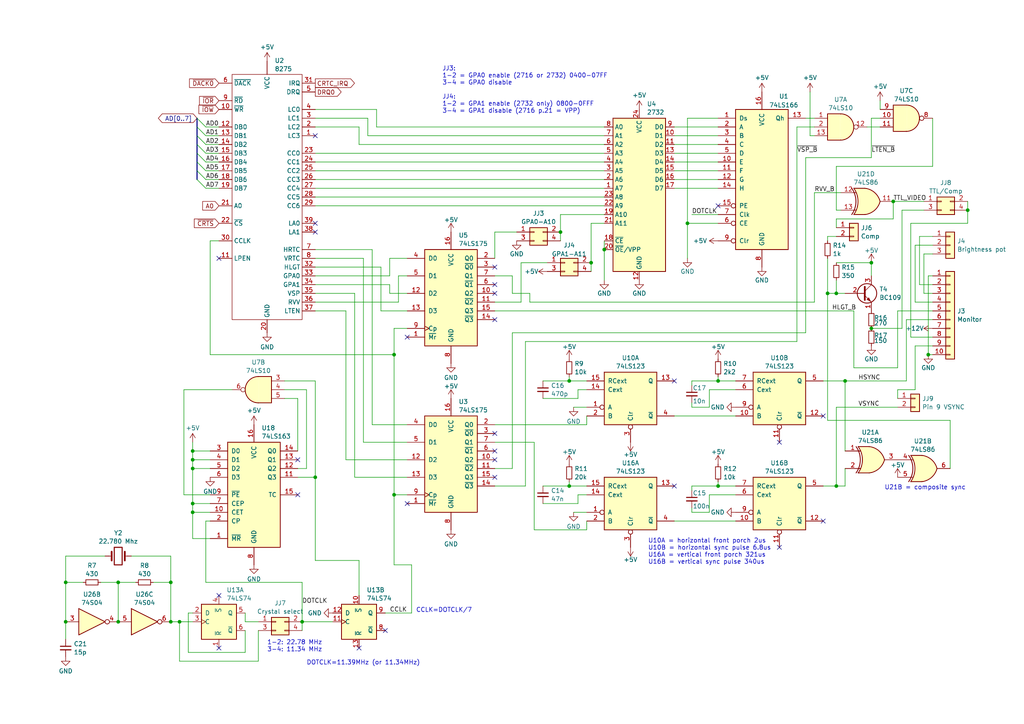
<source format=kicad_sch>
(kicad_sch (version 20230121) (generator eeschema)
  (paper "A4")
  (title_block (title "Iskra Delta Partner Video (text) 30 797 044") (date "2023-08-17") (rev "1") (company "Jernej Jakob <jernej.jakob@gmail.com>") (comment 1 "reverse engineered by hand"))
  (junction (at 171.45 76.2))
  (junction (at 114.3 102.87))
  (junction (at 175.26 72.39))
  (junction (at 240.03 85.09))
  (junction (at 280.67 60.96))
  (junction (at 49.53 168.91))
  (junction (at 91.44 138.43))
  (junction (at 165.1 110.49))
  (junction (at 55.88 133.35))
  (junction (at 208.28 140.97))
  (junction (at 242.57 140.97))
  (junction (at 55.88 130.81))
  (junction (at 19.05 180.34))
  (junction (at 162.56 67.31))
  (junction (at 252.73 76.2))
  (junction (at 199.39 64.77))
  (junction (at 49.53 180.34))
  (junction (at 34.29 168.91))
  (junction (at 34.29 180.34))
  (junction (at 52.07 180.34))
  (junction (at 114.3 143.51))
  (junction (at 245.11 110.49))
  (junction (at 252.73 95.25))
  (junction (at 208.28 110.49))
  (junction (at 55.88 146.05))
  (junction (at 55.88 148.59))
  (junction (at 19.05 168.91))
  (junction (at 259.08 58.42))
  (junction (at 55.88 135.89))
  (junction (at 242.57 85.09))
  (junction (at 269.24 102.87))
  (junction (at 165.1 140.97))
  (junction (at 87.63 180.34))
  (no_connect (at 143.51 125.73))
  (no_connect (at 143.51 133.35))
  (no_connect (at 238.76 120.65))
  (no_connect (at 91.44 67.31))
  (no_connect (at 91.44 39.37))
  (no_connect (at 143.51 130.81))
  (no_connect (at 63.5 187.96))
  (no_connect (at 143.51 77.47))
  (no_connect (at 118.11 146.05))
  (no_connect (at 104.14 187.96))
  (no_connect (at 195.58 140.97))
  (no_connect (at 143.51 82.55))
  (no_connect (at 226.06 158.75))
  (no_connect (at 91.44 64.77))
  (no_connect (at 143.51 138.43))
  (no_connect (at 143.51 85.09))
  (no_connect (at 111.76 182.88))
  (no_connect (at 208.28 59.69))
  (no_connect (at 63.5 172.72))
  (no_connect (at 143.51 92.71))
  (no_connect (at 238.76 151.13))
  (no_connect (at 86.36 143.51))
  (no_connect (at 226.06 128.27))
  (no_connect (at 118.11 97.79))
  (no_connect (at 86.36 133.35))
  (no_connect (at 195.58 110.49))
  (no_connect (at 63.5 74.93))
  (bus_entry (at 57.15 36.83) (size 2.54 2.54))
  (bus_entry (at 57.15 34.29) (size 2.54 2.54))
  (bus_entry (at 57.15 41.91) (size 2.54 2.54))
  (bus_entry (at 57.15 46.99) (size 2.54 2.54))
  (bus_entry (at 57.15 49.53) (size 2.54 2.54))
  (bus_entry (at 57.15 39.37) (size 2.54 2.54))
  (bus_entry (at 57.15 52.07) (size 2.54 2.54))
  (bus_entry (at 57.15 44.45) (size 2.54 2.54))
  (bus (pts (xy 57.15 34.29) (xy 57.15 36.83)))
  (wire (pts (xy 114.3 163.83) (xy 114.3 143.51)))
  (wire (pts (xy 88.9 113.03) (xy 88.9 135.89)))
  (wire (pts (xy 60.96 148.59) (xy 55.88 148.59)))
  (wire (pts (xy 265.43 113.03) (xy 260.35 113.03)))
  (wire (pts (xy 52.07 180.34) (xy 55.88 180.34)))
  (wire (pts (xy 91.44 80.01) (xy 113.03 80.01)))
  (wire (pts (xy 59.69 54.61) (xy 63.5 54.61)))
  (wire (pts (xy 104.14 36.83) (xy 104.14 41.91)))
  (wire (pts (xy 255.27 29.21) (xy 255.27 31.75)))
  (wire (pts (xy 165.1 140.97) (xy 170.18 140.97)))
  (wire (pts (xy 52.07 191.77) (xy 74.93 191.77)))
  (wire (pts (xy 105.41 74.93) (xy 105.41 128.27)))
  (wire (pts (xy 200.66 148.59) (xy 205.74 148.59)))
  (wire (pts (xy 167.64 113.03) (xy 167.64 115.57)))
  (wire (pts (xy 109.22 36.83) (xy 175.26 36.83)))
  (wire (pts (xy 106.68 34.29) (xy 91.44 34.29)))
  (wire (pts (xy 165.1 109.22) (xy 165.1 110.49)))
  (wire (pts (xy 55.88 146.05) (xy 60.96 146.05)))
  (wire (pts (xy 104.14 162.56) (xy 104.14 172.72)))
  (wire (pts (xy 252.73 95.25) (xy 261.62 95.25)))
  (wire (pts (xy 91.44 138.43) (xy 86.36 138.43)))
  (wire (pts (xy 167.64 115.57) (xy 157.48 115.57)))
  (wire (pts (xy 143.51 123.19) (xy 170.18 123.19)))
  (wire (pts (xy 200.66 140.97) (xy 208.28 140.97)))
  (wire (pts (xy 91.44 44.45) (xy 175.26 44.45)))
  (wire (pts (xy 208.28 109.22) (xy 208.28 110.49)))
  (wire (pts (xy 270.51 100.33) (xy 265.43 100.33)))
  (wire (pts (xy 236.22 34.29) (xy 233.68 34.29)))
  (wire (pts (xy 59.69 39.37) (xy 63.5 39.37)))
  (wire (pts (xy 102.87 85.09) (xy 102.87 138.43)))
  (wire (pts (xy 205.74 113.03) (xy 213.36 113.03)))
  (wire (pts (xy 260.35 113.03) (xy 260.35 115.57)))
  (wire (pts (xy 265.43 87.63) (xy 270.51 87.63)))
  (wire (pts (xy 143.51 87.63) (xy 151.13 87.63)))
  (wire (pts (xy 114.3 102.87) (xy 114.3 143.51)))
  (wire (pts (xy 55.88 130.81) (xy 60.96 130.81)))
  (wire (pts (xy 200.66 118.11) (xy 205.74 118.11)))
  (wire (pts (xy 252.73 45.72) (xy 233.68 45.72)))
  (bus (pts (xy 57.15 49.53) (xy 57.15 52.07)))
  (wire (pts (xy 148.59 96.52) (xy 233.68 96.52)))
  (wire (pts (xy 262.89 110.49) (xy 245.11 110.49)))
  (wire (pts (xy 269.24 80.01) (xy 269.24 102.87)))
  (wire (pts (xy 82.55 115.57) (xy 86.36 115.57)))
  (wire (pts (xy 205.74 143.51) (xy 213.36 143.51)))
  (wire (pts (xy 166.37 118.11) (xy 170.18 118.11)))
  (wire (pts (xy 170.18 153.67) (xy 170.18 151.13)))
  (wire (pts (xy 170.18 143.51) (xy 167.64 143.51)))
  (wire (pts (xy 29.21 168.91) (xy 34.29 168.91)))
  (wire (pts (xy 195.58 41.91) (xy 208.28 41.91)))
  (wire (pts (xy 247.65 106.68) (xy 260.35 106.68)))
  (wire (pts (xy 236.22 87.63) (xy 236.22 55.88)))
  (wire (pts (xy 267.97 73.66) (xy 267.97 85.09)))
  (wire (pts (xy 55.88 133.35) (xy 55.88 130.81)))
  (wire (pts (xy 104.14 41.91) (xy 175.26 41.91)))
  (wire (pts (xy 252.73 34.29) (xy 255.27 34.29)))
  (wire (pts (xy 195.58 36.83) (xy 208.28 36.83)))
  (wire (pts (xy 170.18 113.03) (xy 167.64 113.03)))
  (wire (pts (xy 100.33 133.35) (xy 118.11 133.35)))
  (wire (pts (xy 266.7 82.55) (xy 270.51 82.55)))
  (wire (pts (xy 34.29 168.91) (xy 39.37 168.91)))
  (wire (pts (xy 171.45 76.2) (xy 171.45 64.77)))
  (wire (pts (xy 153.67 87.63) (xy 236.22 87.63)))
  (wire (pts (xy 234.95 26.67) (xy 234.95 39.37)))
  (wire (pts (xy 267.97 73.66) (xy 270.51 73.66)))
  (wire (pts (xy 114.3 95.25) (xy 114.3 102.87)))
  (wire (pts (xy 19.05 161.29) (xy 19.05 168.91)))
  (wire (pts (xy 199.39 34.29) (xy 199.39 64.77)))
  (wire (pts (xy 251.46 36.83) (xy 255.27 36.83)))
  (wire (pts (xy 55.88 146.05) (xy 55.88 135.89)))
  (wire (pts (xy 264.16 64.77) (xy 264.16 97.79)))
  (wire (pts (xy 270.51 92.71) (xy 262.89 92.71)))
  (wire (pts (xy 55.88 177.8) (xy 54.61 177.8)))
  (wire (pts (xy 240.03 85.09) (xy 242.57 85.09)))
  (wire (pts (xy 109.22 31.75) (xy 109.22 36.83)))
  (wire (pts (xy 242.57 76.2) (xy 252.73 76.2)))
  (wire (pts (xy 107.95 72.39) (xy 107.95 123.19)))
  (wire (pts (xy 87.63 180.34) (xy 96.52 180.34)))
  (wire (pts (xy 100.33 90.17) (xy 100.33 133.35)))
  (wire (pts (xy 60.96 69.85) (xy 60.96 102.87)))
  (wire (pts (xy 270.51 34.29) (xy 270.51 48.26)))
  (wire (pts (xy 234.95 39.37) (xy 236.22 39.37)))
  (wire (pts (xy 55.88 135.89) (xy 55.88 133.35)))
  (wire (pts (xy 245.11 140.97) (xy 245.11 135.89)))
  (wire (pts (xy 91.44 36.83) (xy 104.14 36.83)))
  (wire (pts (xy 114.3 143.51) (xy 118.11 143.51)))
  (wire (pts (xy 151.13 87.63) (xy 151.13 76.2)))
  (wire (pts (xy 170.18 123.19) (xy 170.18 120.65)))
  (wire (pts (xy 91.44 77.47) (xy 110.49 77.47)))
  (wire (pts (xy 91.44 49.53) (xy 175.26 49.53)))
  (wire (pts (xy 247.65 90.17) (xy 247.65 106.68)))
  (wire (pts (xy 233.68 45.72) (xy 233.68 96.52)))
  (wire (pts (xy 63.5 69.85) (xy 60.96 69.85)))
  (wire (pts (xy 175.26 72.39) (xy 175.26 81.28)))
  (wire (pts (xy 261.62 60.96) (xy 267.97 60.96)))
  (wire (pts (xy 59.69 52.07) (xy 63.5 52.07)))
  (wire (pts (xy 106.68 39.37) (xy 106.68 34.29)))
  (wire (pts (xy 91.44 31.75) (xy 109.22 31.75)))
  (wire (pts (xy 240.03 74.93) (xy 240.03 85.09)))
  (wire (pts (xy 110.49 77.47) (xy 110.49 90.17)))
  (wire (pts (xy 261.62 95.25) (xy 261.62 60.96)))
  (wire (pts (xy 67.31 113.03) (xy 53.34 113.03)))
  (wire (pts (xy 38.1 161.29) (xy 49.53 161.29)))
  (wire (pts (xy 91.44 87.63) (xy 115.57 87.63)))
  (wire (pts (xy 19.05 185.42) (xy 19.05 180.34)))
  (wire (pts (xy 208.28 34.29) (xy 199.39 34.29)))
  (wire (pts (xy 71.12 177.8) (xy 71.12 180.34)))
  (wire (pts (xy 165.1 139.7) (xy 165.1 140.97)))
  (wire (pts (xy 115.57 87.63) (xy 115.57 80.01)))
  (wire (pts (xy 91.44 59.69) (xy 175.26 59.69)))
  (wire (pts (xy 208.28 139.7) (xy 208.28 140.97)))
  (wire (pts (xy 275.59 121.92) (xy 275.59 135.89)))
  (wire (pts (xy 199.39 64.77) (xy 199.39 74.93)))
  (wire (pts (xy 270.51 71.12) (xy 265.43 71.12)))
  (wire (pts (xy 110.49 90.17) (xy 118.11 90.17)))
  (wire (pts (xy 59.69 44.45) (xy 63.5 44.45)))
  (wire (pts (xy 231.14 99.06) (xy 231.14 36.83)))
  (wire (pts (xy 245.11 110.49) (xy 245.11 130.81)))
  (wire (pts (xy 59.69 151.13) (xy 59.69 168.91)))
  (wire (pts (xy 152.4 140.97) (xy 152.4 99.06)))
  (wire (pts (xy 59.69 168.91) (xy 87.63 168.91)))
  (wire (pts (xy 195.58 46.99) (xy 208.28 46.99)))
  (wire (pts (xy 34.29 168.91) (xy 34.29 180.34)))
  (wire (pts (xy 264.16 97.79) (xy 270.51 97.79)))
  (wire (pts (xy 200.66 110.49) (xy 208.28 110.49)))
  (wire (pts (xy 49.53 180.34) (xy 52.07 180.34)))
  (wire (pts (xy 260.35 90.17) (xy 270.51 90.17)))
  (wire (pts (xy 113.03 74.93) (xy 118.11 74.93)))
  (wire (pts (xy 242.57 63.5) (xy 259.08 63.5)))
  (wire (pts (xy 119.38 177.8) (xy 119.38 163.83)))
  (wire (pts (xy 260.35 118.11) (xy 242.57 118.11)))
  (wire (pts (xy 200.66 111.76) (xy 200.66 110.49)))
  (wire (pts (xy 242.57 60.96) (xy 243.84 60.96)))
  (wire (pts (xy 143.51 74.93) (xy 143.51 67.31)))
  (wire (pts (xy 264.16 64.77) (xy 280.67 64.77)))
  (wire (pts (xy 167.64 146.05) (xy 157.48 146.05)))
  (wire (pts (xy 60.96 102.87) (xy 114.3 102.87)))
  (wire (pts (xy 175.26 69.85) (xy 175.26 72.39)))
  (wire (pts (xy 55.88 148.59) (xy 55.88 146.05)))
  (wire (pts (xy 205.74 148.59) (xy 205.74 143.51)))
  (wire (pts (xy 19.05 180.34) (xy 19.05 168.91)))
  (wire (pts (xy 280.67 60.96) (xy 280.67 58.42)))
  (wire (pts (xy 82.55 110.49) (xy 91.44 110.49)))
  (wire (pts (xy 19.05 168.91) (xy 24.13 168.91)))
  (wire (pts (xy 49.53 168.91) (xy 49.53 180.34)))
  (bus (pts (xy 57.15 36.83) (xy 57.15 39.37)))
  (wire (pts (xy 91.44 162.56) (xy 104.14 162.56)))
  (wire (pts (xy 143.51 80.01) (xy 148.59 80.01)))
  (wire (pts (xy 59.69 36.83) (xy 63.5 36.83)))
  (wire (pts (xy 238.76 140.97) (xy 242.57 140.97)))
  (wire (pts (xy 118.11 95.25) (xy 114.3 95.25)))
  (wire (pts (xy 200.66 62.23) (xy 208.28 62.23)))
  (wire (pts (xy 74.93 191.77) (xy 74.93 182.88)))
  (wire (pts (xy 242.57 118.11) (xy 242.57 140.97)))
  (wire (pts (xy 59.69 46.99) (xy 63.5 46.99)))
  (wire (pts (xy 166.37 148.59) (xy 170.18 148.59)))
  (wire (pts (xy 115.57 80.01) (xy 118.11 80.01)))
  (wire (pts (xy 87.63 182.88) (xy 87.63 180.34)))
  (wire (pts (xy 91.44 57.15) (xy 175.26 57.15)))
  (wire (pts (xy 231.14 36.83) (xy 236.22 36.83)))
  (wire (pts (xy 171.45 76.2) (xy 171.45 78.74)))
  (wire (pts (xy 143.51 135.89) (xy 148.59 135.89)))
  (wire (pts (xy 148.59 80.01) (xy 148.59 85.09)))
  (wire (pts (xy 82.55 113.03) (xy 88.9 113.03)))
  (wire (pts (xy 262.89 92.71) (xy 262.89 110.49)))
  (wire (pts (xy 143.51 128.27) (xy 154.94 128.27)))
  (wire (pts (xy 151.13 76.2) (xy 158.75 76.2)))
  (wire (pts (xy 91.44 82.55) (xy 113.03 82.55)))
  (wire (pts (xy 91.44 90.17) (xy 100.33 90.17)))
  (wire (pts (xy 175.26 39.37) (xy 106.68 39.37)))
  (wire (pts (xy 259.08 58.42) (xy 259.08 63.5)))
  (wire (pts (xy 55.88 156.21) (xy 55.88 148.59)))
  (wire (pts (xy 91.44 74.93) (xy 105.41 74.93)))
  (bus (pts (xy 57.15 46.99) (xy 57.15 49.53)))
  (wire (pts (xy 148.59 135.89) (xy 148.59 96.52)))
  (wire (pts (xy 252.73 34.29) (xy 252.73 45.72)))
  (wire (pts (xy 270.51 80.01) (xy 269.24 80.01)))
  (wire (pts (xy 105.41 128.27) (xy 118.11 128.27)))
  (wire (pts (xy 91.44 72.39) (xy 107.95 72.39)))
  (wire (pts (xy 195.58 120.65) (xy 213.36 120.65)))
  (wire (pts (xy 260.35 106.68) (xy 260.35 90.17)))
  (wire (pts (xy 195.58 52.07) (xy 208.28 52.07)))
  (wire (pts (xy 54.61 189.23) (xy 71.12 189.23)))
  (wire (pts (xy 107.95 123.19) (xy 118.11 123.19)))
  (wire (pts (xy 242.57 140.97) (xy 245.11 140.97)))
  (wire (pts (xy 91.44 54.61) (xy 175.26 54.61)))
  (wire (pts (xy 55.88 128.27) (xy 55.88 130.81)))
  (wire (pts (xy 91.44 46.99) (xy 175.26 46.99)))
  (bus (pts (xy 57.15 39.37) (xy 57.15 41.91)))
  (wire (pts (xy 200.66 142.24) (xy 200.66 140.97)))
  (wire (pts (xy 267.97 85.09) (xy 270.51 85.09)))
  (wire (pts (xy 199.39 64.77) (xy 208.28 64.77)))
  (wire (pts (xy 71.12 189.23) (xy 71.12 182.88)))
  (wire (pts (xy 102.87 138.43) (xy 118.11 138.43)))
  (wire (pts (xy 242.57 48.26) (xy 242.57 60.96)))
  (wire (pts (xy 269.24 102.87) (xy 270.51 102.87)))
  (wire (pts (xy 195.58 151.13) (xy 213.36 151.13)))
  (wire (pts (xy 240.03 69.85) (xy 240.03 68.58)))
  (wire (pts (xy 44.45 168.91) (xy 49.53 168.91)))
  (wire (pts (xy 91.44 85.09) (xy 102.87 85.09)))
  (bus (pts (xy 57.15 44.45) (xy 57.15 46.99)))
  (wire (pts (xy 162.56 67.31) (xy 162.56 69.85)))
  (wire (pts (xy 245.11 85.09) (xy 242.57 85.09)))
  (wire (pts (xy 240.03 68.58) (xy 242.57 68.58)))
  (wire (pts (xy 60.96 151.13) (xy 59.69 151.13)))
  (wire (pts (xy 167.64 143.51) (xy 167.64 146.05)))
  (wire (pts (xy 86.36 115.57) (xy 86.36 130.81)))
  (wire (pts (xy 157.48 110.49) (xy 165.1 110.49)))
  (wire (pts (xy 113.03 82.55) (xy 113.03 85.09)))
  (wire (pts (xy 195.58 39.37) (xy 208.28 39.37)))
  (wire (pts (xy 238.76 110.49) (xy 245.11 110.49)))
  (wire (pts (xy 143.51 67.31) (xy 149.86 67.31)))
  (wire (pts (xy 91.44 138.43) (xy 91.44 162.56)))
  (wire (pts (xy 265.43 71.12) (xy 265.43 87.63)))
  (wire (pts (xy 52.07 180.34) (xy 52.07 191.77)))
  (wire (pts (xy 200.66 148.59) (xy 200.66 147.32)))
  (wire (pts (xy 205.74 118.11) (xy 205.74 113.03)))
  (wire (pts (xy 113.03 85.09) (xy 118.11 85.09)))
  (wire (pts (xy 91.44 110.49) (xy 91.44 138.43)))
  (wire (pts (xy 240.03 121.92) (xy 275.59 121.92)))
  (wire (pts (xy 119.38 163.83) (xy 114.3 163.83)))
  (wire (pts (xy 208.28 110.49) (xy 213.36 110.49)))
  (wire (pts (xy 59.69 41.91) (xy 63.5 41.91)))
  (wire (pts (xy 88.9 135.89) (xy 86.36 135.89)))
  (wire (pts (xy 111.76 177.8) (xy 119.38 177.8)))
  (wire (pts (xy 154.94 153.67) (xy 170.18 153.67)))
  (wire (pts (xy 200.66 118.11) (xy 200.66 116.84)))
  (wire (pts (xy 280.67 64.77) (xy 280.67 60.96)))
  (wire (pts (xy 113.03 80.01) (xy 113.03 74.93)))
  (wire (pts (xy 195.58 44.45) (xy 208.28 44.45)))
  (wire (pts (xy 266.7 68.58) (xy 266.7 82.55)))
  (wire (pts (xy 143.51 90.17) (xy 247.65 90.17)))
  (wire (pts (xy 53.34 113.03) (xy 53.34 143.51)))
  (bus (pts (xy 57.15 41.91) (xy 57.15 44.45)))
  (wire (pts (xy 242.57 85.09) (xy 242.57 81.28)))
  (wire (pts (xy 195.58 54.61) (xy 208.28 54.61)))
  (wire (pts (xy 59.69 49.53) (xy 63.5 49.53)))
  (wire (pts (xy 154.94 128.27) (xy 154.94 153.67)))
  (wire (pts (xy 171.45 64.77) (xy 175.26 64.77)))
  (wire (pts (xy 162.56 62.23) (xy 162.56 67.31)))
  (wire (pts (xy 165.1 110.49) (xy 170.18 110.49)))
  (wire (pts (xy 53.34 143.51) (xy 60.96 143.51)))
  (wire (pts (xy 152.4 99.06) (xy 231.14 99.06)))
  (wire (pts (xy 143.51 140.97) (xy 152.4 140.97)))
  (wire (pts (xy 87.63 168.91) (xy 87.63 180.34)))
  (wire (pts (xy 49.53 161.29) (xy 49.53 168.91)))
  (wire (pts (xy 240.03 85.09) (xy 240.03 121.92)))
  (wire (pts (xy 71.12 180.34) (xy 74.93 180.34)))
  (wire (pts (xy 148.59 85.09) (xy 153.67 85.09)))
  (wire (pts (xy 175.26 62.23) (xy 162.56 62.23)))
  (wire (pts (xy 91.44 52.07) (xy 175.26 52.07)))
  (wire (pts (xy 270.51 68.58) (xy 266.7 68.58)))
  (wire (pts (xy 259.08 58.42) (xy 267.97 58.42)))
  (wire (pts (xy 252.73 76.2) (xy 252.73 80.01)))
  (wire (pts (xy 208.28 140.97) (xy 213.36 140.97)))
  (wire (pts (xy 270.51 48.26) (xy 242.57 48.26)))
  (wire (pts (xy 60.96 135.89) (xy 55.88 135.89)))
  (wire (pts (xy 153.67 85.09) (xy 153.67 87.63)))
  (wire (pts (xy 195.58 49.53) (xy 208.28 49.53)))
  (wire (pts (xy 236.22 55.88) (xy 243.84 55.88)))
  (wire (pts (xy 54.61 177.8) (xy 54.61 189.23)))
  (wire (pts (xy 55.88 133.35) (xy 60.96 133.35)))
  (wire (pts (xy 60.96 156.21) (xy 55.88 156.21)))
  (wire (pts (xy 265.43 100.33) (xy 265.43 113.03)))
  (wire (pts (xy 242.57 63.5) (xy 242.57 66.04)))
  (wire (pts (xy 157.48 140.97) (xy 165.1 140.97)))
  (wire (pts (xy 30.48 161.29) (xy 19.05 161.29)))
  (text "DOTCLK=11.39MHz (or 11.34MHz)" (at 88.9 193.04 0) (effects (font (size 1.27 1.27)) (justify left bottom)))
  (text "1-2: 22.78 MHz\n3-4: 11.34 MHz" (at 77.47 189.23 0) (effects (font (size 1.27 1.27)) (justify left bottom)))
  (text "U21B = composite sync" (at 256.54 142.24 0) (effects (font (size 1.27 1.27)) (justify left bottom)))
  (text "U10A = horizontal front porch 2us\nU10B = horizontal sync pulse 6.8us\nU16A = vertical front porch 321us\nU16B = vertical sync pulse 340us" (at 187.96 163.83 0) (effects (font (size 1.27 1.27)) (justify left bottom)))
  (text "CCLK=DOTCLK/7" (at 120.65 177.8 0) (effects (font (size 1.27 1.27)) (justify left bottom)))
  (text "JJ3:\n1-2 = GPA0 enable (2716 or 2732) 0400-07FF\n3-4 = GPA0 disable\n\nJJ4:\n1-2 = GPA1 enable (2732 only) 0800-0FFF\n3-4 = GPA1 disable (2716 p.21 = VPP)" (at 128.27 33.02 0) (effects (font (size 1.27 1.27)) (justify left bottom)))
  (label "HSYNC" (at 248.92 110.49 0))
  (label "DOTCLK" (at 87.63 175.26 0))
  (label "CCLK" (at 113.03 177.8 0))
  (label "~{LTEN_B}" (at 252.73 44.45 0))
  (label "VSYNC" (at 248.92 118.11 0))
  (label "AD4" (at 59.69 46.99 0))
  (label "AD7" (at 59.69 54.61 0))
  (label "AD2" (at 59.69 41.91 0))
  (label "AD6" (at 59.69 52.07 0))
  (label "~{VSP_B}" (at 231.14 44.45 0))
  (label "AD5" (at 59.69 49.53 0))
  (label "AD3" (at 59.69 44.45 0))
  (label "DOTCLK" (at 200.66 62.23 0))
  (label "HLGT_B" (at 241.3 90.17 0))
  (label "RVV_B" (at 236.22 55.88 0))
  (label "TTL_VIDEO" (at 259.08 58.42 0))
  (label "AD1" (at 59.69 39.37 0))
  (label "AD0" (at 59.69 36.83 0))
  (global_label "A0" (shape input) (at 63.5 59.69 180) (property "Intersheetrefs" "${INTERSHEET_REFS}" (effects hide)))
  (global_label "~{IOW}" (shape input) (at 63.5 31.75 180) (property "Intersheetrefs" "${INTERSHEET_REFS}" (effects hide)))
  (global_label "CRTC_IRQ" (shape output) (at 91.44 24.13 0) (property "Intersheetrefs" "${INTERSHEET_REFS}" (effects hide)))
  (global_label "AD[0..7]" (shape tri_state) (at 57.15 34.29 180) (property "Intersheetrefs" "${INTERSHEET_REFS}" (effects hide)))
  (global_label "~{CRTS}" (shape input) (at 63.5 64.77 180) (property "Intersheetrefs" "${INTERSHEET_REFS}" (effects hide)))
  (global_label "DRQ0" (shape output) (at 91.44 26.67 0) (property "Intersheetrefs" "${INTERSHEET_REFS}" (effects hide)))
  (global_label "~{IOR}" (shape input) (at 63.5 29.21 180) (property "Intersheetrefs" "${INTERSHEET_REFS}" (effects hide)))
  (global_label "~{DACK0}" (shape input) (at 63.5 24.13 180) (property "Intersheetrefs" "${INTERSHEET_REFS}" (effects hide)))
  (symbol (lib_id "Connector_Generic:Conn_02x02_Odd_Even") (at 273.05 58.42 0) (unit 1)
    (property "Reference" "JJ8" (at 274.32 53.0057 0))
    (property "Value" "TTL/Comp" (at 274.32 55.4299 0))
  )
  (symbol (lib_id "Connector_Generic:Conn_01x02") (at 265.43 115.57 0) (unit 1)
    (property "Reference" "JJ9" (at 267.462 115.6279 0) (effects (justify left)))
    (property "Value" "Pin 9 VSYNC" (at 267.462 118.0521 0) (effects (justify left)))
  )
  (symbol (lib_id "Device:R_Small") (at 41.91 168.91 90) (unit 1)
    (property "Reference" "R8" (at 41.91 164.0291 90))
    (property "Value" "430" (at 41.91 166.4533 90))
  )
  (symbol (lib_id "74xx:74LS123") (at 182.88 115.57 0) (unit 1)
    (property "Reference" "U10" (at 182.88 103.8057 0))
    (property "Value" "74LS123" (at 182.88 106.2299 0))
    (property "Datasheet" "http://www.ti.com/lit/gpn/sn74LS123" (effects hide))
  )
  (symbol (lib_id "Device:R_Small") (at 165.1 137.16 0) (unit 1)
    (property "Reference" "R11" (at 166.5986 135.9479 0) (effects (justify left)))
    (property "Value" "20k" (at 166.5986 138.3721 0) (effects (justify left)))
  )
  (symbol (lib_id "power:GND") (at 269.24 102.87 0) (unit 1)
    (property "Reference" "#PWR0153" (effects hide))
    (property "Value" "GND" (at 269.24 106.68 0))
  )
  (symbol (lib_id "power:+5V") (at 182.88 128.27 180) (unit 1)
    (property "Reference" "#PWR0134" (effects hide))
    (property "Value" "+5V" (at 182.88 131.826 0))
  )
  (symbol (lib_id "power:+5V") (at 130.81 67.31 0) (unit 1)
    (property "Reference" "#PWR0116" (effects hide))
    (property "Value" "+5V" (at 130.81 63.754 0))
  )
  (symbol (lib_id "Transistor_BJT:BC109") (at 250.19 85.09 0) (unit 1)
    (property "Reference" "T4" (at 255.0414 83.8779 0) (effects (justify left)))
    (property "Value" "BC109" (at 255.0414 86.3021 0) (effects (justify left)))
    (property "Footprint" "Package_TO_SOT_THT:TO-18-3" (effects hide))
    (property "Datasheet" "http://www.farnell.com/datasheets/296634.pdf" (effects hide))
  )
  (symbol (lib_id "power:GND") (at 185.42 81.28 0) (unit 1)
    (property "Reference" "#PWR0149" (effects hide))
    (property "Value" "GND" (at 185.42 85.09 0))
  )
  (symbol (lib_id "Connector_Generic:Conn_02x02_Odd_Even") (at 80.01 180.34 0) (unit 1)
    (property "Reference" "JJ7" (at 81.28 174.9257 0))
    (property "Value" "Crystal select" (at 81.28 177.3499 0))
  )
  (symbol (lib_id "power:+5V") (at 252.73 76.2 0) (unit 1)
    (property "Reference" "#PWR0155" (effects hide))
    (property "Value" "+5V" (at 252.73 72.644 0))
  )
  (symbol (lib_id "74xx:74LS86") (at 267.97 135.89 0) (unit 2)
    (property "Reference" "U21" (at 267.6652 127.9357 0))
    (property "Value" "74LS86" (at 267.6652 130.3599 0))
    (property "Datasheet" "74xx/74ls86.pdf" (effects hide))
  )
  (symbol (lib_id "power:GND") (at 213.36 118.11 270) (unit 1)
    (property "Reference" "#PWR0137" (effects hide))
    (property "Value" "GND" (at 210.1851 118.11 90) (effects (justify right)))
  )
  (symbol (lib_id "2732_2114:2732") (at 185.42 57.15 0) (unit 1)
    (property "Reference" "U4" (at 187.6141 30.1457 0) (effects (justify left)))
    (property "Value" "2732" (at 187.6141 32.5699 0) (effects (justify left)))
    (property "Footprint" "Package_DIP:DIP-24_W15.24mm" (effects hide))
  )
  (symbol (lib_id "power:GND") (at 96.52 177.8 270) (unit 1)
    (property "Reference" "#PWR0123" (effects hide))
    (property "Value" "GND" (at 93.3451 177.8 90) (effects (justify right)))
  )
  (symbol (lib_id "Device:R_Small") (at 240.03 72.39 0) (unit 1)
    (property "Reference" "R14" (at 241.5286 71.1779 0) (effects (justify left)))
    (property "Value" "1k" (at 241.5286 73.6021 0) (effects (justify left)))
  )
  (symbol (lib_id "Device:R_Small") (at 26.67 168.91 90) (unit 1)
    (property "Reference" "R7" (at 26.67 164.0291 90))
    (property "Value" "430" (at 26.67 166.4533 90))
  )
  (symbol (lib_id "Device:R_Small") (at 208.28 106.68 0) (unit 1)
    (property "Reference" "R10" (at 209.7786 105.4679 0) (effects (justify left)))
    (property "Value" "2k2" (at 209.7786 107.8921 0) (effects (justify left)))
  )
  (symbol (lib_id "74xx:74LS10") (at 262.89 34.29 0) (unit 3)
    (property "Reference" "U7" (at 262.8817 26.3357 0))
    (property "Value" "74LS10" (at 262.8817 28.7599 0))
    (property "Datasheet" "http://www.ti.com/lit/gpn/sn74LS10" (effects hide))
  )
  (symbol (lib_id "74xx:74LS10") (at 243.84 36.83 0) (unit 1)
    (property "Reference" "U7" (at 243.8317 28.8757 0))
    (property "Value" "74LS10" (at 243.8317 31.2999 0))
    (property "Datasheet" "http://www.ti.com/lit/gpn/sn74LS10" (effects hide))
  )
  (symbol (lib_id "Device:R_Small") (at 252.73 97.79 0) (unit 1)
    (property "Reference" "R17" (at 253.492 97.282 0) (effects (justify left)))
    (property "Value" "150" (at 253.492 98.806 0) (effects (justify left)))
  )
  (symbol (lib_id "power:GND") (at 19.05 190.5 0) (unit 1)
    (property "Reference" "#PWR0120" (effects hide))
    (property "Value" "GND" (at 19.05 194.6331 0))
  )
  (symbol (lib_id "74xx:74LS123") (at 226.06 115.57 0) (unit 2)
    (property "Reference" "U10" (at 226.06 103.8057 0))
    (property "Value" "74LS123" (at 226.06 106.2299 0))
    (property "Datasheet" "http://www.ti.com/lit/gpn/sn74LS123" (effects hide))
  )
  (symbol (lib_id "power:GND") (at 252.73 100.33 0) (unit 1)
    (property "Reference" "#PWR0154" (effects hide))
    (property "Value" "GND" (at 252.73 104.14 0))
  )
  (symbol (lib_id "Connector_Generic:Conn_01x02") (at 247.65 66.04 0) (unit 1)
    (property "Reference" "JJ6" (at 249.682 66.0979 0) (effects (justify left)))
    (property "Value" "Comp" (at 249.682 68.5221 0) (effects (justify left)))
  )
  (symbol (lib_id "Device:Crystal") (at 34.29 161.29 0) (unit 1)
    (property "Reference" "Y2" (at 34.29 154.5803 0))
    (property "Value" "22.780 Mhz" (at 34.29 157.0045 0))
  )
  (symbol (lib_id "power:+5V") (at 185.42 31.75 0) (unit 1)
    (property "Reference" "#PWR0115" (effects hide))
    (property "Value" "+5V" (at 185.42 27.6169 0))
  )
  (symbol (lib_id "Connector_Generic:Conn_02x02_Odd_Even") (at 154.94 67.31 0) (unit 1)
    (property "Reference" "JJ3" (at 156.21 61.8957 0))
    (property "Value" "GPA0-A10" (at 156.21 64.3199 0))
  )
  (symbol (lib_id "Device:C_Small") (at 157.48 113.03 0) (unit 1)
    (property "Reference" "C16" (at 159.8041 111.8242 0) (effects (justify left)))
    (property "Value" "470p" (at 159.8041 114.2484 0) (effects (justify left)))
  )
  (symbol (lib_id "Device:C_Small") (at 200.66 114.3 0) (unit 1)
    (property "Reference" "C17" (at 200.914 112.522 0) (effects (justify left)))
    (property "Value" "10n" (at 200.914 116.332 0) (effects (justify left)))
  )
  (symbol (lib_id "power:+12V") (at 270.51 95.25 90) (unit 1)
    (property "Reference" "#PWR0156" (effects hide))
    (property "Value" "+12V" (at 267.97 95.25 90) (effects (justify left)))
  )
  (symbol (lib_id "power:GND") (at 60.96 138.43 0) (unit 1)
    (property "Reference" "#PWR0127" (effects hide))
    (property "Value" "GND" (at 60.96 142.5631 0))
  )
  (symbol (lib_id "74xx:74LS86") (at 251.46 58.42 0) (unit 4)
    (property "Reference" "U21" (at 251.1552 50.4657 0))
    (property "Value" "74LS86" (at 251.1552 52.8899 0))
    (property "Datasheet" "74xx/74ls86.pdf" (effects hide))
  )
  (symbol (lib_id "8085:8275") (at 77.47 54.61 0) (unit 1)
    (property "Reference" "U2" (at 79.6641 17.5727 0) (effects (justify left)))
    (property "Value" "8275" (at 79.6641 19.9969 0) (effects (justify left)))
  )
  (symbol (lib_id "power:GND") (at 213.36 148.59 270) (unit 1)
    (property "Reference" "#PWR0141" (effects hide))
    (property "Value" "GND" (at 210.1851 148.59 90) (effects (justify right)))
  )
  (symbol (lib_id "Device:R_Small") (at 252.73 92.71 0) (unit 1)
    (property "Reference" "R16" (at 253.492 92.202 0) (effects (justify left)))
    (property "Value" "270" (at 253.492 93.726 0) (effects (justify left)))
  )
  (symbol (lib_id "74xx:74LS166") (at 220.98 52.07 0) (unit 1)
    (property "Reference" "U1" (at 227.33 27.94 0))
    (property "Value" "74LS166" (at 227.33 30.48 0))
    (property "Datasheet" "http://www.ti.com/lit/gpn/sn74LS166" (effects hide))
  )
  (symbol (lib_id "74xx:74LS04") (at 41.91 180.34 0) (unit 3)
    (property "Reference" "U26" (at 41.91 172.3857 0))
    (property "Value" "74S04" (at 41.91 174.8099 0))
    (property "Datasheet" "http://www.ti.com/lit/gpn/sn74LS04" (effects hide))
  )
  (symbol (lib_id "74xx:74LS74") (at 63.5 180.34 0) (unit 1)
    (property "Reference" "U13" (at 65.6941 171.1157 0) (effects (justify left)))
    (property "Value" "74LS74" (at 65.6941 173.5399 0) (effects (justify left)))
    (property "Datasheet" "74xx/74hc_hct74.pdf" (effects hide))
  )
  (symbol (lib_id "power:GND") (at 199.39 74.93 0) (unit 1)
    (property "Reference" "#PWR0143" (effects hide))
    (property "Value" "GND" (at 199.39 78.74 0))
  )
  (symbol (lib_id "power:GND") (at 166.37 118.11 0) (unit 1)
    (property "Reference" "#PWR0136" (effects hide))
    (property "Value" "GND" (at 166.37 122.2431 0))
  )
  (symbol (lib_id "74xx:74LS10") (at 74.93 113.03 0) (mirror y) (unit 2)
    (property "Reference" "U7" (at 74.9383 105.0757 0))
    (property "Value" "74LS10" (at 74.9383 107.4999 0))
    (property "Datasheet" "http://www.ti.com/lit/gpn/sn74LS10" (effects hide))
  )
  (symbol (lib_id "power:+5V") (at 208.28 69.85 90) (unit 1)
    (property "Reference" "#PWR0145" (effects hide))
    (property "Value" "+5V" (at 205.1051 69.85 90) (effects (justify left)))
  )
  (symbol (lib_id "power:GND") (at 220.98 77.47 0) (unit 1)
    (property "Reference" "#PWR0142" (effects hide))
    (property "Value" "GND" (at 220.98 81.28 0))
  )
  (symbol (lib_id "Device:C_Small") (at 157.48 143.51 0) (unit 1)
    (property "Reference" "C14" (at 159.8041 142.3042 0) (effects (justify left)))
    (property "Value" "47n" (at 159.8041 144.7284 0) (effects (justify left)))
  )
  (symbol (lib_id "74xx:74LS163") (at 73.66 143.51 0) (unit 1)
    (property "Reference" "U18" (at 75.8541 124.1257 0) (effects (justify left)))
    (property "Value" "74LS163" (at 75.8541 126.5499 0) (effects (justify left)))
    (property "Datasheet" "http://www.ti.com/lit/gpn/sn74LS163" (effects hide))
  )
  (symbol (lib_id "Device:C_Small") (at 200.66 144.78 0) (unit 1)
    (property "Reference" "C15" (at 200.914 143.002 0) (effects (justify left)))
    (property "Value" "100n" (at 200.914 146.812 0) (effects (justify left)))
  )
  (symbol (lib_id "Device:R_Small") (at 165.1 106.68 0) (unit 1)
    (property "Reference" "R9" (at 166.5986 105.4679 0) (effects (justify left)))
    (property "Value" "10k" (at 166.5986 107.8921 0) (effects (justify left)))
  )
  (symbol (lib_id "74xx:74LS86") (at 252.73 133.35 0) (unit 1)
    (property "Reference" "U21" (at 252.4252 125.3957 0))
    (property "Value" "74LS86" (at 252.4252 127.8199 0))
    (property "Datasheet" "74xx/74ls86.pdf" (effects hide))
  )
  (symbol (lib_id "74xx:74LS04") (at 26.67 180.34 0) (unit 2)
    (property "Reference" "U26" (at 26.67 172.3857 0))
    (property "Value" "74S04" (at 26.67 174.8099 0))
    (property "Datasheet" "http://www.ti.com/lit/gpn/sn74LS04" (effects hide))
  )
  (symbol (lib_id "74xx:74LS74") (at 104.14 180.34 0) (unit 2)
    (property "Reference" "U13" (at 106.3341 171.1157 0) (effects (justify left)))
    (property "Value" "74LS74" (at 106.3341 173.5399 0) (effects (justify left)))
    (property "Datasheet" "74xx/74hc_hct74.pdf" (effects hide))
  )
  (symbol (lib_id "power:+5V") (at 73.66 123.19 0) (unit 1)
    (property "Reference" "#PWR0124" (effects hide))
    (property "Value" "+5V" (at 73.66 119.0569 0))
  )
  (symbol (lib_id "power:+5V") (at 208.28 134.62 0) (unit 1)
    (property "Reference" "#PWR0140" (effects hide))
    (property "Value" "+5V" (at 208.28 131.064 0))
  )
  (symbol (lib_id "Device:R_Small") (at 208.28 137.16 0) (unit 1)
    (property "Reference" "R12" (at 209.7786 135.9479 0) (effects (justify left)))
    (property "Value" "10k" (at 209.7786 138.3721 0) (effects (justify left)))
  )
  (symbol (lib_id "power:GND") (at 175.26 81.28 0) (unit 1)
    (property "Reference" "#PWR0150" (effects hide))
    (property "Value" "GND" (at 175.26 85.09 0))
  )
  (symbol (lib_id "power:GND") (at 130.81 153.67 0) (unit 1)
    (property "Reference" "#PWR0114" (effects hide))
    (property "Value" "GND" (at 130.81 157.8031 0))
  )
  (symbol (lib_id "power:+5V") (at 77.47 17.78 0) (unit 1)
    (property "Reference" "#PWR0112" (effects hide))
    (property "Value" "+5V" (at 77.47 13.6469 0))
  )
  (symbol (lib_id "power:+5V") (at 55.88 128.27 0) (unit 1)
    (property "Reference" "#PWR0126" (effects hide))
    (property "Value" "+5V" (at 55.88 124.1369 0))
  )
  (symbol (lib_id "Device:C_Small") (at 19.05 187.96 0) (unit 1)
    (property "Reference" "C21" (at 21.3741 186.7542 0) (effects (justify left)))
    (property "Value" "15p" (at 21.3741 189.1784 0) (effects (justify left)))
  )
  (symbol (lib_id "power:+5V") (at 165.1 104.14 0) (unit 1)
    (property "Reference" "#PWR0133" (effects hide))
    (property "Value" "+5V" (at 165.1 100.584 0))
  )
  (symbol (lib_id "power:GND") (at 149.86 69.85 0) (unit 1)
    (property "Reference" "#PWR0118" (effects hide))
    (property "Value" "GND" (at 149.86 73.66 0))
  )
  (symbol (lib_id "power:+5V") (at 130.81 115.57 0) (unit 1)
    (property "Reference" "#PWR0148" (effects hide))
    (property "Value" "+5V" (at 130.81 112.014 0))
  )
  (symbol (lib_id "power:+5V") (at 165.1 134.62 0) (unit 1)
    (property "Reference" "#PWR0135" (effects hide))
    (property "Value" "+5V" (at 165.1 131.064 0))
  )
  (symbol (lib_id "power:GND") (at 77.47 96.52 0) (unit 1)
    (property "Reference" "#PWR0113" (effects hide))
    (property "Value" "GND" (at 77.47 100.6531 0))
  )
  (symbol (lib_id "74xx:74LS123") (at 226.06 146.05 0) (unit 2)
    (property "Reference" "U16" (at 226.06 134.2857 0))
    (property "Value" "74LS123" (at 226.06 136.7099 0))
    (property "Datasheet" "http://www.ti.com/lit/gpn/sn74LS123" (effects hide))
  )
  (symbol (lib_id "74xx:74LS175") (at 130.81 85.09 0) (unit 1)
    (property "Reference" "U5" (at 133.0041 68.2457 0) (effects (justify left)))
    (property "Value" "74LS175" (at 133.0041 70.6699 0) (effects (justify left)))
    (property "Datasheet" "http://www.ti.com/lit/gpn/sn74LS175" (effects hide))
  )
  (symbol (lib_id "Connector_Generic:Conn_02x02_Odd_Even") (at 163.83 76.2 0) (unit 1)
    (property "Reference" "JJ4" (at 165.1 71.12 0))
    (property "Value" "GPA1-A11" (at 165.1 73.66 0))
  )
  (symbol (lib_id "Connector_Generic:Conn_01x03") (at 275.59 71.12 0) (unit 1)
    (property "Reference" "J4" (at 277.622 69.9079 0) (effects (justify left)))
    (property "Value" "Brightness pot" (at 277.622 72.3321 0) (effects (justify left)))
  )
  (symbol (lib_id "power:+5V") (at 260.35 138.43 0) (unit 1)
    (property "Reference" "#PWR0157" (effects hide))
    (property "Value" "+5V" (at 260.35 134.874 0))
  )
  (symbol (lib_id "Device:R_Small") (at 242.57 78.74 0) (unit 1)
    (property "Reference" "R15" (at 244.0686 77.5279 0) (effects (justify left)))
    (property "Value" "350" (at 244.0686 79.9521 0) (effects (justify left)))
  )
  (symbol (lib_id "power:+5V") (at 220.98 26.67 0) (unit 1)
    (property "Reference" "#PWR0144" (effects hide))
    (property "Value" "+5V" (at 220.98 22.5369 0))
  )
  (symbol (lib_id "power:+5V") (at 255.27 29.21 0) (unit 1)
    (property "Reference" "#PWR0152" (effects hide))
    (property "Value" "+5V" (at 255.27 25.0769 0))
  )
  (symbol (lib_id "74xx:74LS175") (at 130.81 133.35 0) (unit 1)
    (property "Reference" "U3" (at 133.0041 116.5057 0) (effects (justify left)))
    (property "Value" "74LS175" (at 133.0041 118.9299 0) (effects (justify left)))
    (property "Datasheet" "http://www.ti.com/lit/gpn/sn74LS175" (effects hide))
  )
  (symbol (lib_id "power:+5V") (at 208.28 104.14 0) (unit 1)
    (property "Reference" "#PWR0132" (effects hide))
    (property "Value" "+5V" (at 208.28 100.584 0))
  )
  (symbol (lib_id "power:GND") (at 166.37 148.59 0) (unit 1)
    (property "Reference" "#PWR0138" (effects hide))
    (property "Value" "GND" (at 166.37 152.7231 0))
  )
  (symbol (lib_id "power:GND") (at 73.66 163.83 0) (unit 1)
    (property "Reference" "#PWR0125" (effects hide))
    (property "Value" "GND" (at 73.66 167.9631 0))
  )
  (symbol (lib_id "74xx:74LS123") (at 182.88 146.05 0) (unit 1)
    (property "Reference" "U16" (at 182.88 134.2857 0))
    (property "Value" "74LS123" (at 182.88 136.7099 0))
    (property "Datasheet" "http://www.ti.com/lit/gpn/sn74LS123" (effects hide))
  )
  (symbol (lib_id "power:+5V") (at 158.75 78.74 90) (unit 1)
    (property "Reference" "#PWR0119" (effects hide))
    (property "Value" "+5V" (at 156.21 78.74 90) (effects (justify left)))
  )
  (symbol (lib_id "Connector_Generic:Conn_01x10") (at 275.59 90.17 0) (unit 1)
    (property "Reference" "J3" (at 277.622 90.2279 0) (effects (justify left)))
    (property "Value" "Monitor" (at 277.622 92.6521 0) (effects (justify left)))
  )
  (symbol (lib_id "power:GND") (at 130.81 105.41 0) (unit 1)
    (property "Reference" "#PWR0117" (effects hide))
    (property "Value" "GND" (at 130.81 109.5431 0))
  )
  (symbol (lib_id "power:+5V") (at 234.95 26.67 0) (unit 1)
    (property "Reference" "#PWR0151" (effects hide))
    (property "Value" "+5V" (at 234.95 22.5369 0))
  )
  (symbol (lib_id "power:+5V") (at 182.88 158.75 180) (unit 1)
    (property "Reference" "#PWR0139" (effects hide))
    (property "Value" "+5V" (at 182.88 162.306 0))
  )
)
</source>
